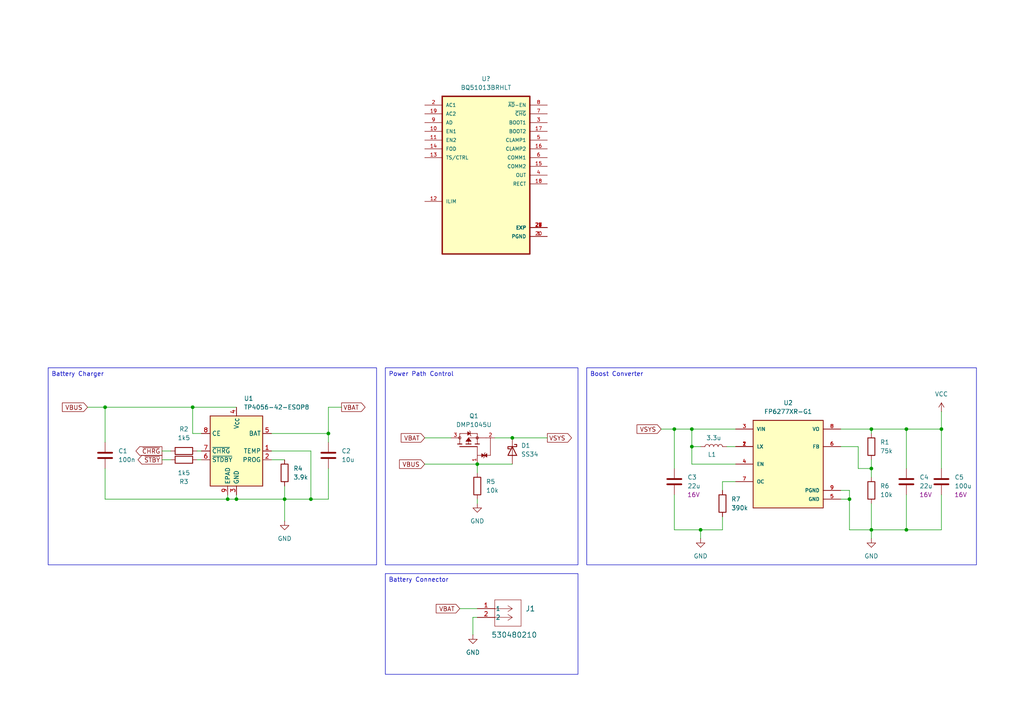
<source format=kicad_sch>
(kicad_sch (version 20250114) (generator "eeschema") (generator_version "9.0")
  (paper "A4")
  (lib_symbols
    (symbol "Battery_Management:TP4056-42-ESOP8"
      (property "Reference" "U" (at -6.604 11.684 0))
      (property "Value" "TP4056-42-ESOP8" (at 10.16 11.684 0))
      (symbol "TP4056-42-ESOP8_1_0"
        (pin input line (at -10.16 5.08 0) (length 2.54) (name "CE") (number "8"))
        (pin open_collector line (at -10.16 0 0) (length 2.54) (name "~{CHRG}") (number "7"))
        (pin open_collector line (at -10.16 -2.54 0) (length 2.54) (name "~{STDBY}") (number "6"))
        (pin passive line (at -2.54 -12.7 90) (length 2.54) (name "EPAD") (number "9"))
        (pin power_in line (at 0 12.7 270) (length 2.54) (name "V_{CC}") (number "4"))
        (pin power_in line (at 0 -12.7 90) (length 2.54) (name "GND") (number "3"))
        (pin power_out line (at 10.16 5.08 180) (length 2.54) (name "BAT") (number "5"))
        (pin input line (at 10.16 0 180) (length 2.54) (name "TEMP") (number "1"))
        (pin passive line (at 10.16 -2.54 180) (length 2.54) (name "PROG") (number "2"))
      )
      (symbol "TP4056-42-ESOP8_1_1"
        (rectangle (start -7.62 10.16) (end 7.62 -10.16) (stroke (width 0.254)) (fill (type background)))
      )
    )
    (symbol "Device:C" (pin_numbers (hide yes)) (pin_names (offset 0.254))
      (property "Reference" "C" (at 0.635 2.54 0))
      (property "Value" "C" (at 0.635 -2.54 0))
      (symbol "C_0_1"
        (polyline (pts (xy -2.032 0.762) (xy 2.032 0.762)) (stroke (width 0.508)))
        (polyline (pts (xy -2.032 -0.762) (xy 2.032 -0.762)) (stroke (width 0.508)))
      )
      (symbol "C_1_1"
        (pin passive line (at 0 3.81 270) (length 2.794) (name "~") (number "1"))
        (pin passive line (at 0 -3.81 90) (length 2.794) (name "~") (number "2"))
      )
    )
    (symbol "Device:L" (pin_numbers (hide yes)) (pin_names (offset 1.016) (hide yes))
      (property "Reference" "L" (at -1.27 0 90))
      (property "Value" "L" (at 1.905 0 90))
      (symbol "L_0_1"
        (arc (start 0 2.54) (mid 0.6323 1.905) (end 0 1.27))
        (arc (start 0 1.27) (mid 0.6323 0.635) (end 0 0))
        (arc (start 0 0) (mid 0.6323 -0.635) (end 0 -1.27))
        (arc (start 0 -1.27) (mid 0.6323 -1.905) (end 0 -2.54))
      )
      (symbol "L_1_1"
        (pin passive line (at 0 3.81 270) (length 1.27) (name "1") (number "1"))
        (pin passive line (at 0 -3.81 90) (length 1.27) (name "2") (number "2"))
      )
    )
    (symbol "Device:R" (pin_numbers (hide yes)) (pin_names (offset 0))
      (property "Reference" "R" (at 2.032 0 90))
      (property "Value" "R" (at 0 0 90))
      (symbol "R_0_1"
        (rectangle (start -1.016 -2.54) (end 1.016 2.54) (stroke (width 0.254)))
      )
      (symbol "R_1_1"
        (pin passive line (at 0 3.81 270) (length 1.27) (name "~") (number "1"))
        (pin passive line (at 0 -3.81 90) (length 1.27) (name "~") (number "2"))
      )
    )
    (symbol "Diode:SS34" (pin_numbers (hide yes)) (pin_names (offset 1.016) (hide yes))
      (property "Reference" "D" (at 0 2.54 0))
      (property "Value" "SS34" (at 0 -2.54 0))
      (symbol "SS34_0_1"
        (polyline (pts (xy -1.905 0.635) (xy -1.905 1.27) (xy -1.27 1.27) (xy -1.27 -1.27) (xy -0.635 -1.27) (xy -0.635 -0.635)) (stroke (width 0.254)))
        (polyline (pts (xy 1.27 1.27) (xy 1.27 -1.27) (xy -1.27 0) (xy 1.27 1.27)) (stroke (width 0.254)))
        (polyline (pts (xy 1.27 0) (xy -1.27 0)))
      )
      (symbol "SS34_1_1"
        (pin passive line (at -3.81 0 0) (length 2.54) (name "K") (number "1"))
        (pin passive line (at 3.81 0 180) (length 2.54) (name "A") (number "2"))
      )
    )
    (symbol "Ignis:BQ51013BRHLT" (pin_names (offset 1.016))
      (property "Reference" "U" (at -12.7 23.86 0))
      (property "Value" "BQ51013BRHLT" (at -12.7 -26.86 0))
      (symbol "BQ51013BRHLT_0_0"
        (rectangle (start -12.7 -22.86) (end 12.7 22.86) (stroke (width 0.41)) (fill (type background)))
        (pin input line (at -17.78 20.32 0) (length 5.08) (name "AC1") (number "2"))
        (pin input line (at -17.78 17.78 0) (length 5.08) (name "AC2") (number "19"))
        (pin input line (at -17.78 15.24 0) (length 5.08) (name "AD") (number "9"))
        (pin input line (at -17.78 12.7 0) (length 5.08) (name "EN1") (number "10"))
        (pin input line (at -17.78 10.16 0) (length 5.08) (name "EN2") (number "11"))
        (pin input line (at -17.78 7.62 0) (length 5.08) (name "FOD") (number "14"))
        (pin input line (at -17.78 5.08 0) (length 5.08) (name "TS/CTRL") (number "13"))
        (pin bidirectional line (at -17.78 -7.62 0) (length 5.08) (name "ILIM") (number "12"))
        (pin output line (at 17.78 20.32 180) (length 5.08) (name "~{AD}-EN") (number "8"))
        (pin output line (at 17.78 17.78 180) (length 5.08) (name "~{CHG}") (number "7"))
        (pin output line (at 17.78 15.24 180) (length 5.08) (name "BOOT1") (number "3"))
        (pin output line (at 17.78 12.7 180) (length 5.08) (name "BOOT2") (number "17"))
        (pin output line (at 17.78 10.16 180) (length 5.08) (name "CLAMP1") (number "5"))
        (pin output line (at 17.78 7.62 180) (length 5.08) (name "CLAMP2") (number "16"))
        (pin output line (at 17.78 5.08 180) (length 5.08) (name "COMM1") (number "6"))
        (pin output line (at 17.78 2.54 180) (length 5.08) (name "COMM2") (number "15"))
        (pin output line (at 17.78 0 180) (length 5.08) (name "OUT") (number "4"))
        (pin output line (at 17.78 -2.54 180) (length 5.08) (name "RECT") (number "18"))
        (pin power_in line (at 17.78 -15.24 180) (length 5.08) (name "EXP") (number "21"))
        (pin power_in line (at 17.78 -15.24 180) (length 5.08) (name "EXP") (number "22"))
        (pin power_in line (at 17.78 -15.24 180) (length 5.08) (name "EXP") (number "23"))
        (pin power_in line (at 17.78 -15.24 180) (length 5.08) (name "EXP") (number "24"))
        (pin power_in line (at 17.78 -15.24 180) (length 5.08) (name "EXP") (number "25"))
        (pin power_in line (at 17.78 -15.24 180) (length 5.08) (name "EXP") (number "26"))
        (pin power_in line (at 17.78 -15.24 180) (length 5.08) (name "EXP") (number "27"))
        (pin power_in line (at 17.78 -15.24 180) (length 5.08) (name "EXP") (number "28"))
        (pin power_in line (at 17.78 -15.24 180) (length 5.08) (name "EXP") (number "29"))
        (pin power_in line (at 17.78 -17.78 180) (length 5.08) (name "PGND") (number "1"))
        (pin power_in line (at 17.78 -17.78 180) (length 5.08) (name "PGND") (number "20"))
      )
    )
    (symbol "Ignis:DMP1045U" (pin_names (offset 1.016))
      (property "Reference" "Q" (at -10.16 7.62 0))
      (property "Value" "DMP1045U" (at -10.16 -7.62 0))
      (symbol "DMP1045U_0_0"
        (polyline (pts (xy -3.048 4.572) (xy -3.302 4.318)) (stroke (width 0.1524)))
        (polyline (pts (xy -2.54 6.35) (xy -2.54 5.334)) (stroke (width 0.1524)))
        (polyline (pts (xy -2.54 6.35) (xy 2.54 6.35)) (stroke (width 0.1524)))
        (polyline (pts (xy -2.54 4.572) (xy -3.048 4.572)) (stroke (width 0.1524)))
        (polyline (pts (xy -2.54 4.572) (xy -3.048 5.334) (xy -2.032 5.334) (xy -2.54 4.572)) (stroke (width 0.1524)) (fill (type outline)))
        (polyline (pts (xy -2.54 4.572) (xy -2.032 3.81) (xy -3.048 3.81) (xy -2.54 4.572)) (stroke (width 0.1524)) (fill (type outline)))
        (polyline (pts (xy -2.54 2.54) (xy -2.54 4.572)) (stroke (width 0.1524)))
        (polyline (pts (xy -2.54 2.54) (xy 0 2.54)) (stroke (width 0.1524)))
        (polyline (pts (xy -2.032 4.572) (xy -2.54 4.572)) (stroke (width 0.1524)))
        (polyline (pts (xy -1.778 4.826) (xy -2.032 4.572)) (stroke (width 0.1524)))
        (polyline (pts (xy 0 -2.54) (xy 0 2.54)) (stroke (width 0.254)))
        (polyline (pts (xy 0.762 2.54) (xy 0.762 3.175)) (stroke (width 0.254)))
        (polyline (pts (xy 0.762 1.905) (xy 0.762 2.54)) (stroke (width 0.254)))
        (polyline (pts (xy 0.762 0) (xy 0.762 0.762)) (stroke (width 0.254)))
        (polyline (pts (xy 0.762 0) (xy 2.54 0)) (stroke (width 0.1524)))
        (polyline (pts (xy 0.762 -0.762) (xy 0.762 0)) (stroke (width 0.254)))
        (polyline (pts (xy 0.762 -2.54) (xy 0.762 -1.905)) (stroke (width 0.254)))
        (polyline (pts (xy 0.762 -2.54) (xy 3.81 -2.54)) (stroke (width 0.1524)))
        (polyline (pts (xy 0.762 -3.175) (xy 0.762 -2.54)) (stroke (width 0.254)))
        (polyline (pts (xy 2.54 2.54) (xy 0.762 2.54)) (stroke (width 0.1524)))
        (polyline (pts (xy 2.54 2.54) (xy 2.54 5.08)) (stroke (width 0.1524)))
        (polyline (pts (xy 2.54 2.54) (xy 3.81 2.54)) (stroke (width 0.1524)))
        (circle (center 2.54 2.54) (radius 0.3592))
        (polyline (pts (xy 2.54 0) (xy 2.54 2.54)) (stroke (width 0.1524)))
        (polyline (pts (xy 2.54 0) (xy 1.524 0.762) (xy 1.524 -0.762) (xy 2.54 0)) (stroke (width 0.1524)) (fill (type outline)))
        (circle (center 2.54 -2.54) (radius 0.3592))
        (polyline (pts (xy 3.048 0.762) (xy 3.302 0.508)) (stroke (width 0.1524)))
        (polyline (pts (xy 3.302 0.508) (xy 3.81 0.508)) (stroke (width 0.1524)))
        (polyline (pts (xy 3.81 0.508) (xy 3.81 2.54)) (stroke (width 0.1524)))
        (polyline (pts (xy 3.81 0.508) (xy 4.318 0.508)) (stroke (width 0.1524)))
        (polyline (pts (xy 3.81 0.508) (xy 4.318 -0.254) (xy 3.302 -0.254) (xy 3.81 0.508)) (stroke (width 0.1524)) (fill (type outline)))
        (polyline (pts (xy 3.81 -2.54) (xy 3.81 0.508)) (stroke (width 0.1524)))
        (polyline (pts (xy 4.318 0.508) (xy 4.572 0.254)) (stroke (width 0.1524)))
        (pin passive line (at -5.08 2.54 0) (length 2.54) (name "~") (number "1"))
        (pin passive line (at 2.54 7.62 270) (length 2.54) (name "~") (number "2"))
        (pin passive line (at 2.54 -5.08 90) (length 2.54) (name "~") (number "3"))
      )
    )
    (symbol "Ignis:FP6277XR-G1" (pin_names (offset 1.016))
      (property "Reference" "U" (at -10.16 13.462 0))
      (property "Value" "FP6277XR-G1" (at -10.16 -15.24 0))
      (symbol "FP6277XR-G1_0_0"
        (rectangle (start -10.16 -12.7) (end 10.16 12.7) (stroke (width 0.254)) (fill (type background)))
        (pin input line (at -15.24 10.16 0) (length 5.08) (name "VIN") (number "3"))
        (pin input line (at -15.24 5.08 0) (length 5.08) (name "LX") (number "1"))
        (pin input line (at -15.24 5.08 0) (length 5.08) (name "LX") (number "2"))
        (pin input line (at -15.24 0 0) (length 5.08) (name "EN") (number "4"))
        (pin input line (at -15.24 -5.08 0) (length 5.08) (name "OC") (number "7"))
        (pin output line (at 15.24 10.16 180) (length 5.08) (name "VO") (number "8"))
        (pin input line (at 15.24 5.08 180) (length 5.08) (name "FB") (number "6"))
        (pin power_in line (at 15.24 -7.62 180) (length 5.08) (name "PGND") (number "9"))
        (pin power_in line (at 15.24 -10.16 180) (length 5.08) (name "GND") (number "5"))
      )
    )
    (symbol "Ignis:Molex-53048-0210" (pin_names (offset 0.254))
      (property "Reference" "J" (at 8.89 6.35 0))
      (property "Value" "530480210" (at 0 0 0))
      (symbol "Molex-53048-0210_1_1"
        (polyline (pts (xy 5.08 2.54) (xy 5.08 -5.08)) (stroke (width 0.127)))
        (polyline (pts (xy 5.08 -5.08) (xy 12.7 -5.08)) (stroke (width 0.127)))
        (polyline (pts (xy 10.16 0) (xy 5.08 0)) (stroke (width 0.127)))
        (polyline (pts (xy 10.16 0) (xy 8.89 0.8467)) (stroke (width 0.127)))
        (polyline (pts (xy 10.16 0) (xy 8.89 -0.8467)) (stroke (width 0.127)))
        (polyline (pts (xy 10.16 -2.54) (xy 5.08 -2.54)) (stroke (width 0.127)))
        (polyline (pts (xy 10.16 -2.54) (xy 8.89 -1.6933)) (stroke (width 0.127)))
        (polyline (pts (xy 10.16 -2.54) (xy 8.89 -3.3867)) (stroke (width 0.127)))
        (polyline (pts (xy 12.7 2.54) (xy 5.08 2.54)) (stroke (width 0.127)))
        (polyline (pts (xy 12.7 -5.08) (xy 12.7 2.54)) (stroke (width 0.127)))
        (pin unspecified line (at 0 0 0) (length 5.08) (name "1") (number "1"))
        (pin unspecified line (at 0 -2.54 0) (length 5.08) (name "2") (number "2"))
      )
      (symbol "Molex-53048-0210_1_2"
        (polyline (pts (xy 5.08 2.54) (xy 5.08 -5.08)) (stroke (width 0.127)))
        (polyline (pts (xy 5.08 -5.08) (xy 12.7 -5.08)) (stroke (width 0.127)))
        (polyline (pts (xy 7.62 0) (xy 5.08 0)) (stroke (width 0.127)))
        (polyline (pts (xy 7.62 0) (xy 8.89 0.8467)) (stroke (width 0.127)))
        (polyline (pts (xy 7.62 0) (xy 8.89 -0.8467)) (stroke (width 0.127)))
        (polyline (pts (xy 7.62 -2.54) (xy 5.08 -2.54)) (stroke (width 0.127)))
        (polyline (pts (xy 7.62 -2.54) (xy 8.89 -1.6933)) (stroke (width 0.127)))
        (polyline (pts (xy 7.62 -2.54) (xy 8.89 -3.3867)) (stroke (width 0.127)))
        (polyline (pts (xy 12.7 2.54) (xy 5.08 2.54)) (stroke (width 0.127)))
        (polyline (pts (xy 12.7 -5.08) (xy 12.7 2.54)) (stroke (width 0.127)))
        (pin unspecified line (at 0 0 0) (length 5.08) (name "1") (number "1"))
        (pin unspecified line (at 0 -2.54 0) (length 5.08) (name "2") (number "2"))
      )
    )
    (symbol "power:GND" (power) (pin_numbers (hide yes)) (pin_names (offset 0) (hide yes))
      (property "Value" "GND" (at 0 -3.81 0))
      (symbol "GND_0_1"
        (polyline (pts (xy 0 0) (xy 0 -1.27) (xy 1.27 -1.27) (xy 0 -2.54) (xy -1.27 -1.27) (xy 0 -1.27)))
      )
      (symbol "GND_1_1"
        (pin power_in line (at 0 0 270) (length 0) (name "~") (number "1"))
      )
    )
    (symbol "power:VCC" (power) (pin_numbers (hide yes)) (pin_names (offset 0) (hide yes))
      (property "Value" "VCC" (at 0 3.556 0))
      (symbol "VCC_0_1"
        (polyline (pts (xy -0.762 1.27) (xy 0 2.54)))
        (polyline (pts (xy 0 2.54) (xy 0.762 1.27)))
        (polyline (pts (xy 0 0) (xy 0 2.54)))
      )
      (symbol "VCC_1_1"
        (pin power_in line (at 0 0 90) (length 0) (name "~") (number "1"))
      )
    )
  )
  (text_box "Battery Connector" (at 111.76 166.37 0) (size 55.88 29.21) (margins 0.9525 0.9525 0.9525 0.9525) (effects (font (size 1.27 1.27)) (justify left top)))
  (text_box "Battery Charger" (at 13.97 106.68 0) (size 95.25 57.15) (margins 0.9525 0.9525 0.9525 0.9525) (effects (font (size 1.27 1.27)) (justify left top)))
  (text_box "Power Path Control" (at 111.76 106.68 0) (size 55.88 57.15) (margins 0.9525 0.9525 0.9525 0.9525) (effects (font (size 1.27 1.27)) (justify left top)))
  (text_box "Boost Converter" (at 170.18 106.68 0) (size 113.03 57.15) (margins 0.9525 0.9525 0.9525 0.9525) (effects (font (size 1.27 1.27)) (justify left top)))
  (junction (at 90.17 144.78))
  (junction (at 273.05 124.46))
  (junction (at 82.55 144.78))
  (junction (at 252.73 153.67))
  (junction (at 262.89 124.46))
  (junction (at 246.38 144.78))
  (junction (at 30.48 118.11))
  (junction (at 200.66 124.46))
  (junction (at 252.73 135.89))
  (junction (at 55.88 118.11))
  (junction (at 195.58 124.46))
  (junction (at 148.59 127))
  (junction (at 262.89 153.67))
  (junction (at 66.04 144.78))
  (junction (at 95.25 125.73))
  (junction (at 203.2 153.67))
  (junction (at 138.43 134.62))
  (junction (at 200.66 129.54))
  (junction (at 252.73 124.46))
  (junction (at 68.58 144.78))
  (wire (pts (xy 273.05 153.67) (xy 262.89 153.67)))
  (wire (pts (xy 123.19 134.62) (xy 138.43 134.62)))
  (wire (pts (xy 195.58 124.46) (xy 200.66 124.46)))
  (wire (pts (xy 133.35 176.53) (xy 138.43 176.53)))
  (wire (pts (xy 262.89 124.46) (xy 252.73 124.46)))
  (wire (pts (xy 78.74 125.73) (xy 95.25 125.73)))
  (wire (pts (xy 66.04 144.78) (xy 68.58 144.78)))
  (wire (pts (xy 30.48 128.27) (xy 30.48 118.11)))
  (wire (pts (xy 57.15 133.35) (xy 58.42 133.35)))
  (wire (pts (xy 46.99 133.35) (xy 49.53 133.35)))
  (wire (pts (xy 191.77 124.46) (xy 195.58 124.46)))
  (wire (pts (xy 99.06 118.11) (xy 95.25 118.11)))
  (wire (pts (xy 30.48 135.89) (xy 30.48 144.78)))
  (wire (pts (xy 68.58 143.51) (xy 68.58 144.78)))
  (wire (pts (xy 252.73 135.89) (xy 252.73 133.35)))
  (wire (pts (xy 209.55 139.7) (xy 209.55 142.24)))
  (wire (pts (xy 195.58 135.89) (xy 195.58 124.46)))
  (wire (pts (xy 30.48 144.78) (xy 66.04 144.78)))
  (wire (pts (xy 46.99 130.81) (xy 49.53 130.81)))
  (wire (pts (xy 58.42 125.73) (xy 55.88 125.73)))
  (wire (pts (xy 195.58 143.51) (xy 195.58 153.67)))
  (wire (pts (xy 262.89 143.51) (xy 262.89 153.67)))
  (wire (pts (xy 95.25 144.78) (xy 90.17 144.78)))
  (wire (pts (xy 246.38 153.67) (xy 246.38 144.78)))
  (wire (pts (xy 138.43 146.05) (xy 138.43 144.78)))
  (wire (pts (xy 243.84 129.54) (xy 248.92 129.54)))
  (wire (pts (xy 203.2 156.21) (xy 203.2 153.67)))
  (wire (pts (xy 200.66 129.54) (xy 203.2 129.54)))
  (wire (pts (xy 200.66 129.54) (xy 200.66 134.62)))
  (wire (pts (xy 252.73 153.67) (xy 246.38 153.67)))
  (wire (pts (xy 95.25 135.89) (xy 95.25 144.78)))
  (wire (pts (xy 246.38 144.78) (xy 246.38 142.24)))
  (wire (pts (xy 252.73 124.46) (xy 252.73 125.73)))
  (wire (pts (xy 138.43 179.07) (xy 137.16 179.07)))
  (wire (pts (xy 252.73 135.89) (xy 252.73 138.43)))
  (wire (pts (xy 143.51 127) (xy 148.59 127)))
  (wire (pts (xy 248.92 135.89) (xy 252.73 135.89)))
  (wire (pts (xy 82.55 140.97) (xy 82.55 144.78)))
  (wire (pts (xy 273.05 135.89) (xy 273.05 124.46)))
  (wire (pts (xy 57.15 130.81) (xy 58.42 130.81)))
  (wire (pts (xy 213.36 124.46) (xy 200.66 124.46)))
  (wire (pts (xy 55.88 118.11) (xy 68.58 118.11)))
  (wire (pts (xy 213.36 139.7) (xy 209.55 139.7)))
  (wire (pts (xy 243.84 144.78) (xy 246.38 144.78)))
  (wire (pts (xy 25.4 118.11) (xy 30.48 118.11)))
  (wire (pts (xy 78.74 133.35) (xy 82.55 133.35)))
  (wire (pts (xy 252.73 156.21) (xy 252.73 153.67)))
  (wire (pts (xy 95.25 118.11) (xy 95.25 125.73)))
  (wire (pts (xy 95.25 125.73) (xy 95.25 128.27)))
  (wire (pts (xy 138.43 134.62) (xy 138.43 137.16)))
  (wire (pts (xy 148.59 127) (xy 158.75 127)))
  (wire (pts (xy 273.05 143.51) (xy 273.05 153.67)))
  (wire (pts (xy 138.43 134.62) (xy 148.59 134.62)))
  (wire (pts (xy 78.74 130.81) (xy 90.17 130.81)))
  (wire (pts (xy 137.16 179.07) (xy 137.16 184.15)))
  (wire (pts (xy 248.92 129.54) (xy 248.92 135.89)))
  (wire (pts (xy 210.82 129.54) (xy 213.36 129.54)))
  (wire (pts (xy 82.55 144.78) (xy 82.55 151.13)))
  (wire (pts (xy 273.05 119.38) (xy 273.05 124.46)))
  (wire (pts (xy 123.19 127) (xy 130.81 127)))
  (wire (pts (xy 262.89 153.67) (xy 252.73 153.67)))
  (wire (pts (xy 82.55 144.78) (xy 90.17 144.78)))
  (wire (pts (xy 195.58 153.67) (xy 203.2 153.67)))
  (wire (pts (xy 203.2 153.67) (xy 209.55 153.67)))
  (wire (pts (xy 90.17 130.81) (xy 90.17 144.78)))
  (wire (pts (xy 273.05 124.46) (xy 262.89 124.46)))
  (wire (pts (xy 55.88 125.73) (xy 55.88 118.11)))
  (wire (pts (xy 209.55 149.86) (xy 209.55 153.67)))
  (wire (pts (xy 252.73 146.05) (xy 252.73 153.67)))
  (wire (pts (xy 200.66 134.62) (xy 213.36 134.62)))
  (wire (pts (xy 66.04 143.51) (xy 66.04 144.78)))
  (wire (pts (xy 262.89 135.89) (xy 262.89 124.46)))
  (wire (pts (xy 200.66 124.46) (xy 200.66 129.54)))
  (wire (pts (xy 243.84 124.46) (xy 252.73 124.46)))
  (wire (pts (xy 30.48 118.11) (xy 55.88 118.11)))
  (wire (pts (xy 246.38 142.24) (xy 243.84 142.24)))
  (wire (pts (xy 82.55 144.78) (xy 68.58 144.78)))
  (global_label "~{CHRG}" (shape output) (at 46.99 130.81 180) (property "Intersheetrefs" "${INTERSHEET_REFS}" (effects (hide yes))))
  (global_label "VBUS" (shape input) (at 25.4 118.11 180) (property "Intersheetrefs" "${INTERSHEET_REFS}" (effects (hide yes))))
  (global_label "VSYS" (shape output) (at 158.75 127 0) (property "Intersheetrefs" "${INTERSHEET_REFS}" (effects (hide yes))))
  (global_label "VSYS" (shape input) (at 191.77 124.46 180) (property "Intersheetrefs" "${INTERSHEET_REFS}" (effects (hide yes))))
  (global_label "~{STBY}" (shape output) (at 46.99 133.35 180) (property "Intersheetrefs" "${INTERSHEET_REFS}" (effects (hide yes))))
  (global_label "VBAT" (shape input) (at 133.35 176.53 180) (property "Intersheetrefs" "${INTERSHEET_REFS}" (effects (hide yes))))
  (global_label "VBAT" (shape output) (at 99.06 118.11 0) (property "Intersheetrefs" "${INTERSHEET_REFS}" (effects (hide yes))))
  (global_label "VBAT" (shape input) (at 123.19 127 180) (property "Intersheetrefs" "${INTERSHEET_REFS}" (effects (hide yes))))
  (global_label "VBUS" (shape input) (at 123.19 134.62 180) (property "Intersheetrefs" "${INTERSHEET_REFS}" (effects (hide yes))))
  (symbol (lib_id "Battery_Management:TP4056-42-ESOP8") (at 68.58 130.81 0) (unit 1)
    (property "Reference" "U1" (at 70.7233 115.57 0) (effects (justify left)))
    (property "Value" "TP4056-42-ESOP8" (at 70.7233 118.11 0) (effects (justify left)))
    (property "Footprint" "Package_SO:SOIC-8-1EP_3.9x4.9mm_P1.27mm_EP2.41x3.3mm_ThermalVias" (effects (hide yes)))
    (property "Datasheet" "https://www.lcsc.com/datasheet/lcsc_datasheet_2410121619_TOPPOWER-Nanjing-Extension-Microelectronics-TP4056-42-ESOP8_C16581.pdf" (effects (hide yes)))
    (property "Description" "1A Standalone Linear Li-ion/LiPo single-cell battery charger, 4.2V ±1% charge voltage, VCC = 4.0..8.0V, SOIC-8 (SOP-8)" (effects (hide yes)))
  )
  (symbol (lib_id "power:GND") (at 137.16 184.15 0) (unit 1)
    (property "Reference" "#PWR020" (effects (hide yes)))
    (property "Value" "GND" (at 137.16 189.23 0))
    (property "Description" "Power symbol creates a global label with name \"GND\" , ground" (effects (hide yes)))
  )
  (symbol (lib_id "Ignis:DMP1045U") (at 135.89 129.54 270) (mirror x) (unit 1)
    (property "Reference" "Q1" (at 137.4521 120.65 90))
    (property "Value" "DMP1045U" (at 137.4521 123.19 90))
    (property "Footprint" "DMP1045U:SOT91P240X110-3N" (effects (hide yes)))
    (property "MF" "Diodes Inc." (effects (hide yes)))
    (property "MAXIMUM_PACKAGE_HEIGHT" "1.1 mm" (effects (hide yes)))
    (property "Package" "SOT-23 Diodes Inc." (effects (hide yes)))
    (property "Price" "None" (effects (hide yes)))
    (property "Check_prices" "https://www.snapeda.com/parts/DMP1045U/Diodes+Inc./view-part/?ref=eda" (effects (hide yes)))
    (property "STANDARD" "IPC 7351B" (effects (hide yes)))
    (property "PARTREV" "7 - 2" (effects (hide yes)))
    (property "SnapEDA_Link" "https://www.snapeda.com/parts/DMP1045U/Diodes+Inc./view-part/?ref=snap" (effects (hide yes)))
    (property "MP" "DMP1045U" (effects (hide yes)))
    (property "Description_1" "P-Channel 12 V 2.6A (Ta) 530mW Surface Mount X2-WLB0808-4 (Type C)" (effects (hide yes)))
    (property "Availability" "In Stock" (effects (hide yes)))
    (property "MANUFACTURER" "Diodes Inc." (effects (hide yes)))
  )
  (symbol (lib_id "Device:C") (at 195.58 139.7 0) (unit 1)
    (property "Reference" "C3" (at 199.39 138.4299 0) (effects (justify left)))
    (property "Value" "22u" (at 199.39 140.9699 0) (effects (justify left)))
    (property "Description" "Unpolarized capacitor" (effects (hide yes)))
    (property "MaxVoltage" "16V" (at 201.168 143.51 0))
  )
  (symbol (lib_id "power:GND") (at 252.73 156.21 0) (unit 1)
    (property "Reference" "#PWR05" (effects (hide yes)))
    (property "Value" "GND" (at 252.73 161.29 0))
    (property "Description" "Power symbol creates a global label with name \"GND\" , ground" (effects (hide yes)))
  )
  (symbol (lib_id "power:VCC") (at 273.05 119.38 0) (unit 1)
    (property "Reference" "#PWR01" (effects (hide yes)))
    (property "Value" "VCC" (at 273.05 114.3 0))
    (property "Description" "Power symbol creates a global label with name \"VCC\"" (effects (hide yes)))
  )
  (symbol (lib_id "power:GND") (at 138.43 146.05 0) (unit 1)
    (property "Reference" "#PWR02" (effects (hide yes)))
    (property "Value" "GND" (at 138.43 151.13 0))
    (property "Description" "Power symbol creates a global label with name \"GND\" , ground" (effects (hide yes)))
  )
  (symbol (lib_id "Device:L") (at 207.01 129.54 90) (unit 1)
    (property "Reference" "L1" (at 206.502 131.826 90))
    (property "Value" "3.3u" (at 207.01 127 90))
    (property "Description" "Inductor" (effects (hide yes)))
  )
  (symbol (lib_id "Device:C") (at 95.25 132.08 180) (unit 1)
    (property "Reference" "C2" (at 99.06 130.8099 0) (effects (justify right)))
    (property "Value" "10u" (at 99.06 133.3499 0) (effects (justify right)))
    (property "Description" "Unpolarized capacitor" (effects (hide yes)))
  )
  (symbol (lib_id "Device:C") (at 30.48 132.08 0) (unit 1)
    (property "Reference" "C1" (at 34.29 130.8099 0) (effects (justify left)))
    (property "Value" "100n" (at 34.29 133.3499 0) (effects (justify left)))
    (property "Description" "Unpolarized capacitor" (effects (hide yes)))
  )
  (symbol (lib_id "Device:R") (at 252.73 142.24 0) (unit 1)
    (property "Reference" "R6" (at 255.27 140.9699 0) (effects (justify left)))
    (property "Value" "10k" (at 255.27 143.5099 0) (effects (justify left)))
    (property "Description" "Resistor" (effects (hide yes)))
  )
  (symbol (lib_id "Device:R") (at 252.73 129.54 0) (unit 1)
    (property "Reference" "R1" (at 255.27 128.2699 0) (effects (justify left)))
    (property "Value" "75k" (at 255.27 130.8099 0) (effects (justify left)))
    (property "Description" "Resistor" (effects (hide yes)))
  )
  (symbol (lib_id "Diode:SS34") (at 148.59 130.81 270) (unit 1)
    (property "Reference" "D1" (at 151.13 129.2224 90) (effects (justify left)))
    (property "Value" "SS34" (at 151.13 131.7624 90) (effects (justify left)))
    (property "Footprint" "Diode_SMD:D_SMA" (effects (hide yes)))
    (property "Datasheet" "https://www.vishay.com/docs/88751/ss32.pdf" (effects (hide yes)))
    (property "Description" "40V 3A Schottky Diode, SMA" (effects (hide yes)))
  )
  (symbol (lib_id "Ignis:Molex-53048-0210") (at 138.43 176.53 0) (unit 1)
    (property "Reference" "J1" (at 152.4 176.5299 0) (effects (font (size 1.524 1.524)) (justify left)))
    (property "Value" "530480210" (at 142.494 184.15 0) (effects (font (size 1.524 1.524)) (justify left)))
    (property "Footprint" "Ignis:CONN02_530480210_MOL" (effects (hide yes)))
    (property "Datasheet" "https://www.molex.com/en-us/products/part-detail-pdf/530480210?display=pdf" (effects (hide yes)))
  )
  (symbol (lib_id "Ignis:FP6277XR-G1") (at 228.6 134.62 0) (unit 1)
    (property "Reference" "U2" (at 228.6 116.84 0))
    (property "Value" "FP6277XR-G1" (at 228.6 119.38 0))
    (property "Footprint" "FP6277XR-G1:SOIC127P599X175-9N" (effects (hide yes)))
    (property "MF" "Feeling Technology" (effects (hide yes)))
    (property "MAXIMUM_PACKAGE_HEIGHT" "1.752mm" (effects (hide yes)))
    (property "Package" "Package" (effects (hide yes)))
    (property "Price" "None" (effects (hide yes)))
    (property "Check_prices" "https://www.snapeda.com/parts/FP6277XR-G1/Feeling+Technology/view-part/?ref=eda" (effects (hide yes)))
    (property "STANDARD" "IPC 7351B" (effects (hide yes)))
    (property "PARTREV" "0.65" (effects (hide yes)))
    (property "SnapEDA_Link" "https://www.snapeda.com/parts/FP6277XR-G1/Feeling+Technology/view-part/?ref=snap" (effects (hide yes)))
    (property "MP" "FP6277XR-G1" (effects (hide yes)))
    (property "Description_1" "500kHz 7A High-Efficiency Synchronous PWM Boost Convert" (effects (hide yes)))
    (property "MANUFACTURER" "Feeling Technology" (effects (hide yes)))
    (property "Availability" "Not in stock" (effects (hide yes)))
    (property "SNAPEDA_PN" "FP6277XR-G1" (effects (hide yes)))
  )
  (symbol (lib_id "power:GND") (at 203.2 156.21 0) (unit 1)
    (property "Reference" "#PWR04" (effects (hide yes)))
    (property "Value" "GND" (at 203.2 161.29 0))
    (property "Description" "Power symbol creates a global label with name \"GND\" , ground" (effects (hide yes)))
  )
  (symbol (lib_id "Device:R") (at 53.34 133.35 270) (unit 1)
    (property "Reference" "R3" (at 53.34 139.7 90))
    (property "Value" "1k5" (at 53.34 137.16 90))
    (property "Description" "Resistor" (effects (hide yes)))
  )
  (symbol (lib_id "power:GND") (at 82.55 151.13 0) (unit 1)
    (property "Reference" "#PWR03" (effects (hide yes)))
    (property "Value" "GND" (at 82.55 156.21 0))
    (property "Description" "Power symbol creates a global label with name \"GND\" , ground" (effects (hide yes)))
  )
  (symbol (lib_id "Device:C") (at 273.05 139.7 0) (unit 1)
    (property "Reference" "C5" (at 276.86 138.4299 0) (effects (justify left)))
    (property "Value" "100u" (at 276.86 140.9699 0) (effects (justify left)))
    (property "Description" "Unpolarized capacitor" (effects (hide yes)))
    (property "MaxVoltage" "16V" (at 278.638 143.51 0))
  )
  (symbol (lib_id "Device:R") (at 138.43 140.97 0) (unit 1)
    (property "Reference" "R5" (at 140.97 139.6999 0) (effects (justify left)))
    (property "Value" "10k" (at 140.97 142.2399 0) (effects (justify left)))
    (property "Description" "Resistor" (effects (hide yes)))
  )
  (symbol (lib_id "Device:R") (at 82.55 137.16 0) (mirror y) (unit 1)
    (property "Reference" "R4" (at 85.09 135.8899 0) (effects (justify right)))
    (property "Value" "3.9k" (at 85.09 138.4299 0) (effects (justify right)))
    (property "Description" "Resistor" (effects (hide yes)))
  )
  (symbol (lib_id "Device:R") (at 209.55 146.05 0) (unit 1)
    (property "Reference" "R7" (at 212.09 144.7799 0) (effects (justify left)))
    (property "Value" "390k" (at 212.09 147.3199 0) (effects (justify left)))
    (property "Description" "Resistor" (effects (hide yes)))
  )
  (symbol (lib_id "Ignis:BQ51013BRHLT") (at 140.97 50.8 0) (unit 1)
    (property "Reference" "U?" (at 140.97 22.86 0))
    (property "Value" "BQ51013BRHLT" (at 140.97 25.4 0))
    (property "Footprint" "Ignis:BQ51013BRHLT" (effects (hide yes)))
    (property "MF" "Texas Instruments" (effects (hide yes)))
    (property "Description_1" "WPC 1.1 Compatible Fully integrated Wireless power Receiver IC" (effects (hide yes)))
    (property "Package" "VQFN-20 Texas Instruments" (effects (hide yes)))
    (property "Price" "None" (effects (hide yes)))
    (property "SnapEDA_Link" "https://www.snapeda.com/parts/BQ51013BRHLT/Texas+Instruments/view-part/?ref=snap" (effects (hide yes)))
    (property "MP" "BQ51013BRHLT" (effects (hide yes)))
    (property "Availability" "In Stock" (effects (hide yes)))
    (property "Check_prices" "https://www.snapeda.com/parts/BQ51013BRHLT/Texas+Instruments/view-part/?ref=eda" (effects (hide yes)))
  )
  (symbol (lib_id "Device:R") (at 53.34 130.81 90) (unit 1)
    (property "Reference" "R2" (at 53.34 124.46 90))
    (property "Value" "1k5" (at 53.34 127 90))
    (property "Description" "Resistor" (effects (hide yes)))
  )
  (symbol (lib_id "Device:C") (at 262.89 139.7 0) (unit 1)
    (property "Reference" "C4" (at 266.7 138.4299 0) (effects (justify left)))
    (property "Value" "22u" (at 266.7 140.9699 0) (effects (justify left)))
    (property "Description" "Unpolarized capacitor" (effects (hide yes)))
    (property "MaxVoltage" "16V" (at 268.478 143.51 0))
  )
)
</source>
